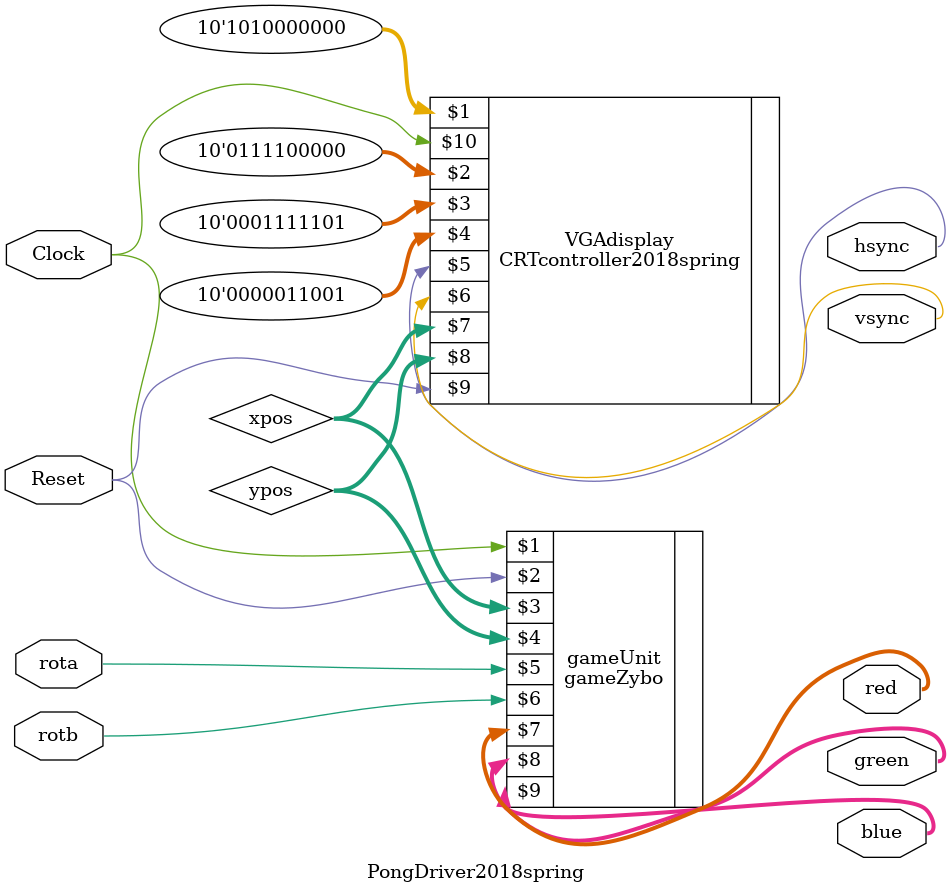
<source format=v>
`timescale 1ns / 1ps

module PongDriver2018spring(
    input Clock, Reset, rota, rotb,
    output [4:0] red,
    output [5:0] green,
    output [4:0] blue,
    output hsync, vsync
    );

wire [9:0] xpos;
wire [9:0] ypos;

parameter [9:0] NumberofPixels=10'd640, NumberofLines=10'd480;
parameter [9:0] SystemClock=10'd125, CRTClock=10'd25; //MHz 

//module CRTcontroller2015fall VGAdisplay(NumberofPixels, NumberofLines, SystemClock, CRTClock, 
    //hsync, vsync, xpos, ypos, Reset, Clock);
CRTcontroller2018spring VGAdisplay(NumberofPixels, NumberofLines, SystemClock, CRTClock, 
     hsync, vsync, xpos, ypos, Reset, Clock);
gameZybo gameUnit(Clock, Reset, xpos, ypos, rota, rotb, red, green, blue);
					
endmodule

</source>
